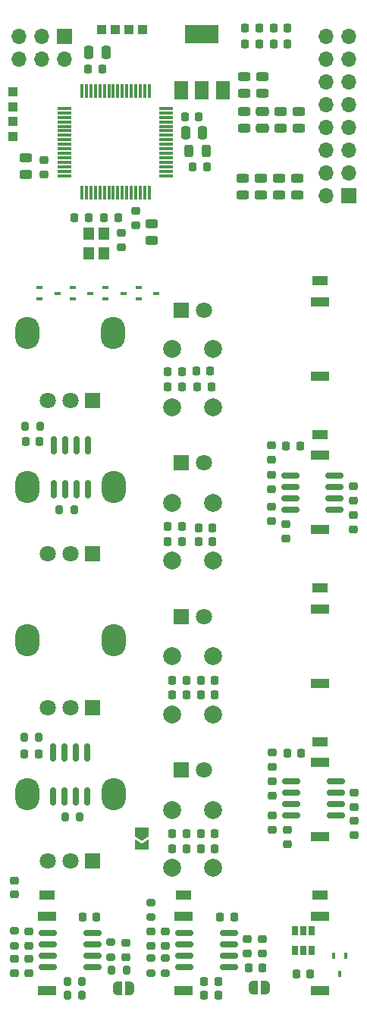
<source format=gbr>
G04 #@! TF.GenerationSoftware,KiCad,Pcbnew,6.0.4+dfsg-1+b1*
G04 #@! TF.CreationDate,2022-05-20T09:30:12+02:00*
G04 #@! TF.ProjectId,demiurge,64656d69-7572-4676-952e-6b696361645f,A*
G04 #@! TF.SameCoordinates,Original*
G04 #@! TF.FileFunction,Soldermask,Top*
G04 #@! TF.FilePolarity,Negative*
%FSLAX46Y46*%
G04 Gerber Fmt 4.6, Leading zero omitted, Abs format (unit mm)*
G04 Created by KiCad (PCBNEW 6.0.4+dfsg-1+b1) date 2022-05-20 09:30:12*
%MOMM*%
%LPD*%
G01*
G04 APERTURE LIST*
G04 Aperture macros list*
%AMRoundRect*
0 Rectangle with rounded corners*
0 $1 Rounding radius*
0 $2 $3 $4 $5 $6 $7 $8 $9 X,Y pos of 4 corners*
0 Add a 4 corners polygon primitive as box body*
4,1,4,$2,$3,$4,$5,$6,$7,$8,$9,$2,$3,0*
0 Add four circle primitives for the rounded corners*
1,1,$1+$1,$2,$3*
1,1,$1+$1,$4,$5*
1,1,$1+$1,$6,$7*
1,1,$1+$1,$8,$9*
0 Add four rect primitives between the rounded corners*
20,1,$1+$1,$2,$3,$4,$5,0*
20,1,$1+$1,$4,$5,$6,$7,0*
20,1,$1+$1,$6,$7,$8,$9,0*
20,1,$1+$1,$8,$9,$2,$3,0*%
%AMFreePoly0*
4,1,22,0.500000,-0.750000,0.000000,-0.750000,0.000000,-0.745033,-0.079941,-0.743568,-0.215256,-0.701293,-0.333266,-0.622738,-0.424486,-0.514219,-0.481581,-0.384460,-0.499164,-0.250000,-0.500000,-0.250000,-0.500000,0.250000,-0.499164,0.250000,-0.499963,0.256109,-0.478152,0.396186,-0.417904,0.524511,-0.324060,0.630769,-0.204165,0.706417,-0.067858,0.745374,0.000000,0.744959,0.000000,0.750000,
0.500000,0.750000,0.500000,-0.750000,0.500000,-0.750000,$1*%
%AMFreePoly1*
4,1,20,0.000000,0.744959,0.073905,0.744508,0.209726,0.703889,0.328688,0.626782,0.421226,0.519385,0.479903,0.390333,0.500000,0.250000,0.500000,-0.250000,0.499851,-0.262216,0.476331,-0.402017,0.414519,-0.529596,0.319384,-0.634700,0.198574,-0.708877,0.061801,-0.746166,0.000000,-0.745033,0.000000,-0.750000,-0.500000,-0.750000,-0.500000,0.750000,0.000000,0.750000,0.000000,0.744959,
0.000000,0.744959,$1*%
%AMFreePoly2*
4,1,6,1.000000,0.000000,0.500000,-0.750000,-0.500000,-0.750000,-0.500000,0.750000,0.500000,0.750000,1.000000,0.000000,1.000000,0.000000,$1*%
%AMFreePoly3*
4,1,6,0.500000,-0.750000,-0.650000,-0.750000,-0.150000,0.000000,-0.650000,0.750000,0.500000,0.750000,0.500000,-0.750000,0.500000,-0.750000,$1*%
G04 Aperture macros list end*
%ADD10RoundRect,0.218750X0.256250X-0.218750X0.256250X0.218750X-0.256250X0.218750X-0.256250X-0.218750X0*%
%ADD11RoundRect,0.218750X0.218750X0.256250X-0.218750X0.256250X-0.218750X-0.256250X0.218750X-0.256250X0*%
%ADD12RoundRect,0.250000X-0.475000X0.250000X-0.475000X-0.250000X0.475000X-0.250000X0.475000X0.250000X0*%
%ADD13R,0.700000X0.450000*%
%ADD14RoundRect,0.218750X-0.218750X-0.256250X0.218750X-0.256250X0.218750X0.256250X-0.218750X0.256250X0*%
%ADD15RoundRect,0.218750X-0.256250X0.218750X-0.256250X-0.218750X0.256250X-0.218750X0.256250X0.218750X0*%
%ADD16RoundRect,0.200000X-0.200000X-0.275000X0.200000X-0.275000X0.200000X0.275000X-0.200000X0.275000X0*%
%ADD17RoundRect,0.150000X0.150000X-0.825000X0.150000X0.825000X-0.150000X0.825000X-0.150000X-0.825000X0*%
%ADD18R,0.450000X0.700000*%
%ADD19RoundRect,0.243750X-0.456250X0.243750X-0.456250X-0.243750X0.456250X-0.243750X0.456250X0.243750X0*%
%ADD20RoundRect,0.243750X0.456250X-0.243750X0.456250X0.243750X-0.456250X0.243750X-0.456250X-0.243750X0*%
%ADD21RoundRect,0.243750X-0.243750X-0.456250X0.243750X-0.456250X0.243750X0.456250X-0.243750X0.456250X0*%
%ADD22RoundRect,0.200000X0.200000X0.275000X-0.200000X0.275000X-0.200000X-0.275000X0.200000X-0.275000X0*%
%ADD23FreePoly0,180.000000*%
%ADD24FreePoly1,180.000000*%
%ADD25FreePoly2,270.000000*%
%ADD26FreePoly3,270.000000*%
%ADD27RoundRect,0.250000X-0.250000X-0.475000X0.250000X-0.475000X0.250000X0.475000X-0.250000X0.475000X0*%
%ADD28RoundRect,0.225000X0.225000X0.250000X-0.225000X0.250000X-0.225000X-0.250000X0.225000X-0.250000X0*%
%ADD29R,1.700000X1.700000*%
%ADD30O,1.700000X1.700000*%
%ADD31R,0.650000X1.060000*%
%ADD32RoundRect,0.200000X-0.275000X0.200000X-0.275000X-0.200000X0.275000X-0.200000X0.275000X0.200000X0*%
%ADD33RoundRect,0.200000X0.275000X-0.200000X0.275000X0.200000X-0.275000X0.200000X-0.275000X-0.200000X0*%
%ADD34RoundRect,0.225000X-0.225000X-0.250000X0.225000X-0.250000X0.225000X0.250000X-0.225000X0.250000X0*%
%ADD35R,1.200000X1.400000*%
%ADD36RoundRect,0.150000X-0.825000X-0.150000X0.825000X-0.150000X0.825000X0.150000X-0.825000X0.150000X0*%
%ADD37R,1.500000X2.000000*%
%ADD38R,3.800000X2.000000*%
%ADD39RoundRect,0.075000X0.075000X-0.700000X0.075000X0.700000X-0.075000X0.700000X-0.075000X-0.700000X0*%
%ADD40RoundRect,0.075000X0.700000X-0.075000X0.700000X0.075000X-0.700000X0.075000X-0.700000X-0.075000X0*%
%ADD41C,2.000000*%
%ADD42R,1.800000X1.000000*%
%ADD43R,2.000000X1.000000*%
%ADD44O,2.720000X3.600000*%
%ADD45R,1.800000X1.800000*%
%ADD46C,1.800000*%
%ADD47R,1.000000X1.000000*%
G04 APERTURE END LIST*
D10*
X80899000Y-68097500D03*
X80899000Y-66522500D03*
D11*
X99466500Y-90043000D03*
X97891500Y-90043000D03*
D12*
X105283000Y-61104500D03*
X105283000Y-63004500D03*
D11*
X109499500Y-98425000D03*
X107924500Y-98425000D03*
D13*
X80407000Y-80757000D03*
X80407000Y-82057000D03*
X82407000Y-81407000D03*
D11*
X110642500Y-157353000D03*
X109067500Y-157353000D03*
D10*
X106426000Y-141249500D03*
X106426000Y-139674500D03*
X106426000Y-134264500D03*
X106426000Y-132689500D03*
D14*
X98145500Y-109093000D03*
X99720500Y-109093000D03*
D11*
X96291500Y-109093000D03*
X94716500Y-109093000D03*
D14*
X98399500Y-126238000D03*
X99974500Y-126238000D03*
D11*
X96799500Y-126238000D03*
X95224500Y-126238000D03*
D15*
X106426000Y-135864500D03*
X106426000Y-137439500D03*
D14*
X98399500Y-143383000D03*
X99974500Y-143383000D03*
D11*
X96799500Y-143383000D03*
X95224500Y-143383000D03*
D15*
X115443000Y-102971500D03*
X115443000Y-104546500D03*
X94488000Y-152628500D03*
X94488000Y-154203500D03*
D11*
X100355500Y-159766000D03*
X98780500Y-159766000D03*
D15*
X103632000Y-153517500D03*
X103632000Y-155092500D03*
D16*
X82614000Y-105537000D03*
X84264000Y-105537000D03*
D17*
X81915000Y-137603000D03*
X83185000Y-137603000D03*
X84455000Y-137603000D03*
X85725000Y-137603000D03*
X85725000Y-132653000D03*
X84455000Y-132653000D03*
X83185000Y-132653000D03*
X81915000Y-132653000D03*
D14*
X103352500Y-51816000D03*
X104927500Y-51816000D03*
D18*
X114569000Y-155337000D03*
X113269000Y-155337000D03*
X113919000Y-157337000D03*
D14*
X103352500Y-53594000D03*
X104927500Y-53594000D03*
X106527500Y-53594000D03*
X108102500Y-53594000D03*
D11*
X108102500Y-51816000D03*
X106527500Y-51816000D03*
D19*
X92964000Y-73611500D03*
X92964000Y-75486500D03*
D15*
X91186000Y-72237500D03*
X91186000Y-73812500D03*
D20*
X105283000Y-59103500D03*
X105283000Y-57228500D03*
D19*
X109220000Y-68531500D03*
X109220000Y-70406500D03*
D21*
X97106500Y-65532000D03*
X98981500Y-65532000D03*
D19*
X107188000Y-68531500D03*
X107188000Y-70406500D03*
D20*
X78867000Y-68120500D03*
X78867000Y-66245500D03*
D19*
X105156000Y-68531500D03*
X105156000Y-70406500D03*
D11*
X102133500Y-151003000D03*
X100558500Y-151003000D03*
D15*
X92837000Y-152628500D03*
X92837000Y-154203500D03*
D22*
X80454000Y-96266000D03*
X78804000Y-96266000D03*
X80327000Y-130937000D03*
X78677000Y-130937000D03*
D14*
X94716500Y-90170000D03*
X96291500Y-90170000D03*
X94716500Y-107442000D03*
X96291500Y-107442000D03*
D23*
X105602800Y-158877000D03*
D24*
X104302800Y-158877000D03*
D15*
X115570000Y-140309500D03*
X115570000Y-141884500D03*
D10*
X106299000Y-99974500D03*
X106299000Y-98399500D03*
X77597000Y-148513900D03*
X77597000Y-146938900D03*
D15*
X115570000Y-137134500D03*
X115570000Y-138709500D03*
X115443000Y-106146500D03*
X115443000Y-107721500D03*
X106299000Y-101701500D03*
X106299000Y-103276500D03*
D10*
X77597000Y-157251500D03*
X77597000Y-155676500D03*
D15*
X79248000Y-155676500D03*
X79248000Y-157251500D03*
D11*
X96291500Y-91821000D03*
X94716500Y-91821000D03*
X86766500Y-151003000D03*
X85191500Y-151003000D03*
D10*
X90043000Y-155473500D03*
X90043000Y-153898500D03*
D14*
X98018500Y-91821000D03*
X99593500Y-91821000D03*
D10*
X106299000Y-106832500D03*
X106299000Y-105257500D03*
D13*
X87773000Y-80757000D03*
X87773000Y-82057000D03*
X89773000Y-81407000D03*
D19*
X103124000Y-68531500D03*
X103124000Y-70406500D03*
X109347000Y-61117000D03*
X109347000Y-62992000D03*
D11*
X80416500Y-97917000D03*
X78841500Y-97917000D03*
D14*
X95224500Y-124587000D03*
X96799500Y-124587000D03*
X95224500Y-141732000D03*
X96799500Y-141732000D03*
X85826500Y-56388000D03*
X87401500Y-56388000D03*
D10*
X89535000Y-76225500D03*
X89535000Y-74650500D03*
D11*
X80289500Y-132842000D03*
X78714500Y-132842000D03*
D25*
X91821000Y-141515000D03*
D26*
X91821000Y-142965000D03*
D20*
X103251000Y-59103500D03*
X103251000Y-57228500D03*
D19*
X103251000Y-61117000D03*
X103251000Y-62992000D03*
D27*
X96713000Y-63500000D03*
X98613000Y-63500000D03*
D28*
X99962000Y-124587000D03*
X98412000Y-124587000D03*
X99962000Y-141732000D03*
X98412000Y-141732000D03*
D29*
X114935000Y-70485000D03*
D30*
X112395000Y-70485000D03*
X114935000Y-67945000D03*
X112395000Y-67945000D03*
X114935000Y-65405000D03*
X112395000Y-65405000D03*
X114935000Y-62865000D03*
X112395000Y-62865000D03*
X114935000Y-60325000D03*
X112395000Y-60325000D03*
X114935000Y-57785000D03*
X112395000Y-57785000D03*
X114935000Y-55245000D03*
X112395000Y-55245000D03*
X114935000Y-52705000D03*
X112395000Y-52705000D03*
D19*
X107315000Y-61117000D03*
X107315000Y-62992000D03*
D15*
X108077000Y-141325500D03*
X108077000Y-142900500D03*
X107950000Y-107162500D03*
X107950000Y-108737500D03*
D16*
X83249000Y-139827000D03*
X84899000Y-139827000D03*
D13*
X91456000Y-80757000D03*
X91456000Y-82057000D03*
X93456000Y-81407000D03*
X84090000Y-80757000D03*
X84090000Y-82057000D03*
X86090000Y-81407000D03*
D31*
X110805000Y-152570000D03*
X109855000Y-152570000D03*
X108905000Y-152570000D03*
X108905000Y-154770000D03*
X109855000Y-154770000D03*
X110805000Y-154770000D03*
D11*
X99720500Y-107569000D03*
X98145500Y-107569000D03*
D10*
X105283000Y-155092500D03*
X105283000Y-153517500D03*
D32*
X77597000Y-152591000D03*
X77597000Y-154241000D03*
D22*
X85153000Y-159766000D03*
X83503000Y-159766000D03*
X90106000Y-156972000D03*
X88456000Y-156972000D03*
D33*
X92837000Y-151066000D03*
X92837000Y-149416000D03*
X92837000Y-157289000D03*
X92837000Y-155639000D03*
D32*
X94488000Y-155639000D03*
X94488000Y-157289000D03*
D16*
X83503000Y-158242000D03*
X85153000Y-158242000D03*
D32*
X88392000Y-153861000D03*
X88392000Y-155511000D03*
D11*
X105308500Y-156718000D03*
X103733500Y-156718000D03*
D14*
X98780500Y-158242000D03*
X100355500Y-158242000D03*
D29*
X83185000Y-52705000D03*
D30*
X83185000Y-55245000D03*
X80645000Y-52705000D03*
X80645000Y-55245000D03*
X78105000Y-52705000D03*
X78105000Y-55245000D03*
D15*
X79248000Y-152628500D03*
X79248000Y-154203500D03*
D23*
X90439000Y-159004000D03*
D24*
X89139000Y-159004000D03*
D11*
X109626500Y-132715000D03*
X108051500Y-132715000D03*
D34*
X87617000Y-72948800D03*
X89167000Y-72948800D03*
D17*
X82042000Y-103313000D03*
X83312000Y-103313000D03*
X84582000Y-103313000D03*
X85852000Y-103313000D03*
X85852000Y-98363000D03*
X84582000Y-98363000D03*
X83312000Y-98363000D03*
X82042000Y-98363000D03*
D35*
X87591000Y-76969800D03*
X87591000Y-74769800D03*
X85891000Y-74769800D03*
X85891000Y-76969800D03*
D36*
X108523000Y-135890000D03*
X108523000Y-137160000D03*
X108523000Y-138430000D03*
X108523000Y-139700000D03*
X113473000Y-139700000D03*
X113473000Y-138430000D03*
X113473000Y-137160000D03*
X113473000Y-135890000D03*
D28*
X85865000Y-72948800D03*
X84315000Y-72948800D03*
D34*
X97523000Y-67310000D03*
X99073000Y-67310000D03*
D36*
X81345000Y-152781000D03*
X81345000Y-154051000D03*
X81345000Y-155321000D03*
X81345000Y-156591000D03*
X86295000Y-156591000D03*
X86295000Y-155321000D03*
X86295000Y-154051000D03*
X86295000Y-152781000D03*
X108396000Y-101727000D03*
X108396000Y-102997000D03*
X108396000Y-104267000D03*
X108396000Y-105537000D03*
X113346000Y-105537000D03*
X113346000Y-104267000D03*
X113346000Y-102997000D03*
X113346000Y-101727000D03*
D37*
X96252000Y-58750000D03*
X98552000Y-58750000D03*
D38*
X98552000Y-52450000D03*
D37*
X100852000Y-58750000D03*
D27*
X85918000Y-54483000D03*
X87818000Y-54483000D03*
D39*
X85150000Y-70191000D03*
X85650000Y-70191000D03*
X86150000Y-70191000D03*
X86650000Y-70191000D03*
X87150000Y-70191000D03*
X87650000Y-70191000D03*
X88150000Y-70191000D03*
X88650000Y-70191000D03*
X89150000Y-70191000D03*
X89650000Y-70191000D03*
X90150000Y-70191000D03*
X90650000Y-70191000D03*
X91150000Y-70191000D03*
X91650000Y-70191000D03*
X92150000Y-70191000D03*
X92650000Y-70191000D03*
D40*
X94575000Y-68266000D03*
X94575000Y-67766000D03*
X94575000Y-67266000D03*
X94575000Y-66766000D03*
X94575000Y-66266000D03*
X94575000Y-65766000D03*
X94575000Y-65266000D03*
X94575000Y-64766000D03*
X94575000Y-64266000D03*
X94575000Y-63766000D03*
X94575000Y-63266000D03*
X94575000Y-62766000D03*
X94575000Y-62266000D03*
X94575000Y-61766000D03*
X94575000Y-61266000D03*
X94575000Y-60766000D03*
D39*
X92650000Y-58841000D03*
X92150000Y-58841000D03*
X91650000Y-58841000D03*
X91150000Y-58841000D03*
X90650000Y-58841000D03*
X90150000Y-58841000D03*
X89650000Y-58841000D03*
X89150000Y-58841000D03*
X88650000Y-58841000D03*
X88150000Y-58841000D03*
X87650000Y-58841000D03*
X87150000Y-58841000D03*
X86650000Y-58841000D03*
X86150000Y-58841000D03*
X85650000Y-58841000D03*
X85150000Y-58841000D03*
D40*
X83225000Y-60766000D03*
X83225000Y-61266000D03*
X83225000Y-61766000D03*
X83225000Y-62266000D03*
X83225000Y-62766000D03*
X83225000Y-63266000D03*
X83225000Y-63766000D03*
X83225000Y-64266000D03*
X83225000Y-64766000D03*
X83225000Y-65266000D03*
X83225000Y-65766000D03*
X83225000Y-66266000D03*
X83225000Y-66766000D03*
X83225000Y-67266000D03*
X83225000Y-67766000D03*
X83225000Y-68266000D03*
D36*
X96585000Y-152781000D03*
X96585000Y-154051000D03*
X96585000Y-155321000D03*
X96585000Y-156591000D03*
X101535000Y-156591000D03*
X101535000Y-155321000D03*
X101535000Y-154051000D03*
X101535000Y-152781000D03*
D34*
X96634000Y-61722000D03*
X98184000Y-61722000D03*
D41*
X95250000Y-104775000D03*
X95250000Y-111275000D03*
X99750000Y-111275000D03*
X99750000Y-104775000D03*
X95250000Y-121920000D03*
X95250000Y-128420000D03*
X99750000Y-121920000D03*
X99750000Y-128420000D03*
D42*
X111760000Y-148590000D03*
D43*
X111760000Y-159225000D03*
X111760000Y-150925000D03*
D42*
X111760000Y-80010000D03*
D43*
X111760000Y-90645000D03*
X111760000Y-82345000D03*
D41*
X95250000Y-145565000D03*
X95250000Y-139065000D03*
X99750000Y-139065000D03*
X99750000Y-145565000D03*
D42*
X96520000Y-148590000D03*
D43*
X96520000Y-159225000D03*
X96520000Y-150925000D03*
D44*
X79046000Y-85845000D03*
X88646000Y-85845000D03*
D45*
X86346000Y-93345000D03*
D46*
X83846000Y-93345000D03*
X81346000Y-93345000D03*
D44*
X79060000Y-137280000D03*
X88660000Y-137280000D03*
D45*
X86360000Y-144780000D03*
D46*
X83860000Y-144780000D03*
X81360000Y-144780000D03*
D42*
X111760000Y-131445000D03*
D43*
X111760000Y-142080000D03*
X111760000Y-133780000D03*
D42*
X111760000Y-114300000D03*
D43*
X111760000Y-124935000D03*
X111760000Y-116635000D03*
D42*
X111760000Y-97155000D03*
D43*
X111760000Y-107790000D03*
X111760000Y-99490000D03*
D44*
X88660000Y-102990000D03*
X79060000Y-102990000D03*
D45*
X86360000Y-110490000D03*
D46*
X83860000Y-110490000D03*
X81360000Y-110490000D03*
D45*
X96261000Y-83312000D03*
D46*
X98801000Y-83312000D03*
D44*
X79060000Y-120135000D03*
X88660000Y-120135000D03*
D45*
X86360000Y-127635000D03*
D46*
X83860000Y-127635000D03*
X81360000Y-127635000D03*
D41*
X95250000Y-94130000D03*
X95250000Y-87630000D03*
X99750000Y-94130000D03*
X99750000Y-87630000D03*
D42*
X81280000Y-148590000D03*
D43*
X81280000Y-159225000D03*
X81280000Y-150925000D03*
D47*
X77470000Y-62230000D03*
X90424000Y-51943000D03*
X87376000Y-51943000D03*
X77470000Y-63881000D03*
X77470000Y-58928000D03*
X91948000Y-51943000D03*
X77470000Y-60579000D03*
D45*
X96261000Y-100330000D03*
D46*
X98801000Y-100330000D03*
D45*
X96266000Y-134620000D03*
D46*
X98806000Y-134620000D03*
D45*
X96261000Y-117475000D03*
D46*
X98801000Y-117475000D03*
D47*
X88900000Y-51943000D03*
M02*

</source>
